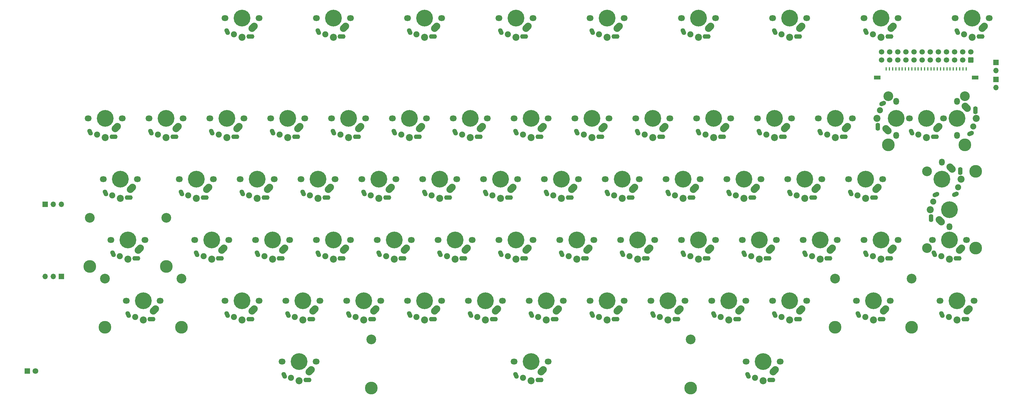
<source format=gbr>
G04 #@! TF.GenerationSoftware,KiCad,Pcbnew,(6.0.10)*
G04 #@! TF.CreationDate,2023-02-11T17:02:29-08:00*
G04 #@! TF.ProjectId,DecentXE,44656365-6e74-4584-952e-6b696361645f,11*
G04 #@! TF.SameCoordinates,Original*
G04 #@! TF.FileFunction,Soldermask,Bot*
G04 #@! TF.FilePolarity,Negative*
%FSLAX46Y46*%
G04 Gerber Fmt 4.6, Leading zero omitted, Abs format (unit mm)*
G04 Created by KiCad (PCBNEW (6.0.10)) date 2023-02-11 17:02:29*
%MOMM*%
%LPD*%
G01*
G04 APERTURE LIST*
G04 Aperture macros list*
%AMRoundRect*
0 Rectangle with rounded corners*
0 $1 Rounding radius*
0 $2 $3 $4 $5 $6 $7 $8 $9 X,Y pos of 4 corners*
0 Add a 4 corners polygon primitive as box body*
4,1,4,$2,$3,$4,$5,$6,$7,$8,$9,$2,$3,0*
0 Add four circle primitives for the rounded corners*
1,1,$1+$1,$2,$3*
1,1,$1+$1,$4,$5*
1,1,$1+$1,$6,$7*
1,1,$1+$1,$8,$9*
0 Add four rect primitives between the rounded corners*
20,1,$1+$1,$2,$3,$4,$5,0*
20,1,$1+$1,$4,$5,$6,$7,0*
20,1,$1+$1,$6,$7,$8,$9,0*
20,1,$1+$1,$8,$9,$2,$3,0*%
%AMHorizOval*
0 Thick line with rounded ends*
0 $1 width*
0 $2 $3 position (X,Y) of the first rounded end (center of the circle)*
0 $4 $5 position (X,Y) of the second rounded end (center of the circle)*
0 Add line between two ends*
20,1,$1,$2,$3,$4,$5,0*
0 Add two circle primitives to create the rounded ends*
1,1,$1,$2,$3*
1,1,$1,$4,$5*%
G04 Aperture macros list end*
%ADD10C,5.250000*%
%ADD11O,2.200000X1.800000*%
%ADD12HorizOval,2.200000X-0.353553X-0.353553X0.353553X0.353553X0*%
%ADD13HorizOval,1.400000X-0.169047X0.362523X0.169047X-0.362523X0*%
%ADD14C,2.200000*%
%ADD15C,1.900000*%
%ADD16O,2.500000X1.400000*%
%ADD17O,1.800000X2.200000*%
%ADD18HorizOval,1.400000X-0.362523X-0.169047X0.362523X0.169047X0*%
%ADD19HorizOval,2.200000X0.353553X-0.353553X-0.353553X0.353553X0*%
%ADD20O,1.400000X2.500000*%
%ADD21HorizOval,1.400000X0.362523X0.169047X-0.362523X-0.169047X0*%
%ADD22HorizOval,2.200000X-0.353553X0.353553X0.353553X-0.353553X0*%
%ADD23C,3.048000*%
%ADD24C,3.987800*%
%ADD25R,1.800000X1.800000*%
%ADD26C,1.800000*%
%ADD27R,1.700000X1.700000*%
%ADD28O,1.700000X1.700000*%
%ADD29RoundRect,0.250000X0.600000X-0.600000X0.600000X0.600000X-0.600000X0.600000X-0.600000X-0.600000X0*%
%ADD30C,1.700000*%
%ADD31R,0.400000X1.000000*%
%ADD32R,2.000000X1.300000*%
G04 APERTURE END LIST*
D10*
X318078750Y-102160000D03*
D11*
X323408750Y-102160000D03*
X312748750Y-102160000D03*
D12*
X321578750Y-105030000D03*
D13*
X313378750Y-106410000D03*
D14*
X318078750Y-108160000D03*
D15*
X315538750Y-107240000D03*
D16*
X320678750Y-107910000D03*
D17*
X315697500Y-77780000D03*
D10*
X315697500Y-83110000D03*
D18*
X319947500Y-87810000D03*
D19*
X318567500Y-79610000D03*
D15*
X320777500Y-85650000D03*
D20*
X321447500Y-80510000D03*
D14*
X321697500Y-83110000D03*
D17*
X301410000Y-69390000D03*
D10*
X301410000Y-64060000D03*
D17*
X301410000Y-58730000D03*
D21*
X297160000Y-59360000D03*
D22*
X298540000Y-67560000D03*
D20*
X295660000Y-66660000D03*
D14*
X295410000Y-64060000D03*
D15*
X296330000Y-61520000D03*
D17*
X320460000Y-69390000D03*
X320460000Y-58730000D03*
D10*
X320460000Y-64060000D03*
D18*
X324710000Y-68760000D03*
D19*
X323330000Y-60560000D03*
D15*
X325540000Y-66600000D03*
D14*
X326460000Y-64060000D03*
D20*
X326210000Y-61460000D03*
D10*
X259738125Y-140260000D03*
D11*
X265068125Y-140260000D03*
X254408125Y-140260000D03*
D12*
X263238125Y-143130000D03*
D13*
X255038125Y-144510000D03*
D14*
X259738125Y-146260000D03*
D16*
X262338125Y-146010000D03*
D15*
X257198125Y-145340000D03*
D10*
X114481875Y-140260000D03*
D11*
X119811875Y-140260000D03*
X109151875Y-140260000D03*
D12*
X117981875Y-143130000D03*
D13*
X109781875Y-144510000D03*
D14*
X114481875Y-146260000D03*
D16*
X117081875Y-146010000D03*
D15*
X111941875Y-145340000D03*
D10*
X325222500Y-32610000D03*
D11*
X330552500Y-32610000D03*
X319892500Y-32610000D03*
D12*
X328722500Y-35480000D03*
D13*
X320522500Y-36860000D03*
D14*
X325222500Y-38610000D03*
D16*
X327822500Y-38360000D03*
D15*
X322682500Y-37690000D03*
D10*
X182347500Y-32610000D03*
D11*
X187677500Y-32610000D03*
X177017500Y-32610000D03*
D12*
X185847500Y-35480000D03*
D13*
X177647500Y-36860000D03*
D14*
X182347500Y-38610000D03*
D16*
X184947500Y-38360000D03*
D15*
X179807500Y-37690000D03*
D10*
X153772500Y-32610000D03*
D11*
X159102500Y-32610000D03*
X148442500Y-32610000D03*
D12*
X157272500Y-35480000D03*
D13*
X149072500Y-36860000D03*
D14*
X153772500Y-38610000D03*
D16*
X156372500Y-38360000D03*
D15*
X151232500Y-37690000D03*
D10*
X125197500Y-32610000D03*
D11*
X130527500Y-32610000D03*
X119867500Y-32610000D03*
D12*
X128697500Y-35480000D03*
D13*
X120497500Y-36860000D03*
D14*
X125197500Y-38610000D03*
D16*
X127797500Y-38360000D03*
D15*
X122657500Y-37690000D03*
D10*
X96622500Y-32610000D03*
D11*
X101952500Y-32610000D03*
X91292500Y-32610000D03*
D12*
X100122500Y-35480000D03*
D13*
X91922500Y-36860000D03*
D14*
X96622500Y-38610000D03*
D16*
X99222500Y-38360000D03*
D15*
X94082500Y-37690000D03*
D10*
X239497500Y-32610000D03*
D11*
X244827500Y-32610000D03*
X234167500Y-32610000D03*
D12*
X242997500Y-35480000D03*
D13*
X234797500Y-36860000D03*
D14*
X239497500Y-38610000D03*
D16*
X242097500Y-38360000D03*
D15*
X236957500Y-37690000D03*
D10*
X268072500Y-32610000D03*
D11*
X273402500Y-32610000D03*
X262742500Y-32610000D03*
D12*
X271572500Y-35480000D03*
D13*
X263372500Y-36860000D03*
D14*
X268072500Y-38610000D03*
D16*
X270672500Y-38360000D03*
D15*
X265532500Y-37690000D03*
D10*
X296660000Y-32610000D03*
D11*
X301990000Y-32610000D03*
X291330000Y-32610000D03*
D12*
X300160000Y-35480000D03*
D13*
X291960000Y-36860000D03*
D14*
X296660000Y-38610000D03*
D16*
X299260000Y-38360000D03*
D15*
X294120000Y-37690000D03*
D10*
X210922500Y-32610000D03*
D11*
X216252500Y-32610000D03*
X205592500Y-32610000D03*
D12*
X214422500Y-35480000D03*
D13*
X206222500Y-36860000D03*
D14*
X210922500Y-38610000D03*
D16*
X213522500Y-38360000D03*
D15*
X208382500Y-37690000D03*
D10*
X58522500Y-83110000D03*
D11*
X63852500Y-83110000D03*
X53192500Y-83110000D03*
D12*
X62022500Y-85980000D03*
D13*
X53822500Y-87360000D03*
D14*
X58522500Y-89110000D03*
D16*
X61122500Y-88860000D03*
D15*
X55982500Y-88190000D03*
D10*
X65666250Y-121210000D03*
D11*
X70996250Y-121210000D03*
D23*
X53666250Y-114225000D03*
D24*
X77666250Y-129465000D03*
D23*
X77666250Y-114225000D03*
D11*
X60336250Y-121210000D03*
D24*
X53666250Y-129465000D03*
D12*
X69166250Y-124080000D03*
D13*
X60966250Y-125460000D03*
D14*
X65666250Y-127210000D03*
D16*
X68266250Y-126960000D03*
D15*
X63126250Y-126290000D03*
D24*
X282266250Y-129465000D03*
D10*
X294266250Y-121210000D03*
D23*
X306266250Y-114225000D03*
D24*
X306266250Y-129465000D03*
D11*
X299596250Y-121210000D03*
X288936250Y-121210000D03*
D23*
X282266250Y-114225000D03*
D12*
X297766250Y-124080000D03*
D13*
X289566250Y-125460000D03*
D14*
X294266250Y-127210000D03*
D16*
X296866250Y-126960000D03*
D15*
X291726250Y-126290000D03*
D23*
X237110000Y-133275000D03*
D10*
X187110000Y-140260000D03*
D11*
X192440000Y-140260000D03*
D24*
X137110000Y-148515000D03*
D23*
X137110000Y-133275000D03*
D11*
X181780000Y-140260000D03*
D24*
X237110000Y-148515000D03*
D12*
X190610000Y-143130000D03*
D13*
X182410000Y-144510000D03*
D14*
X187110000Y-146260000D03*
D16*
X189710000Y-146010000D03*
D15*
X184570000Y-145340000D03*
D24*
X48903750Y-110415000D03*
D10*
X60903750Y-102160000D03*
D23*
X72903750Y-95175000D03*
D24*
X72903750Y-110415000D03*
D11*
X66233750Y-102160000D03*
X55573750Y-102160000D03*
D23*
X48903750Y-95175000D03*
D12*
X64403750Y-105030000D03*
D13*
X56203750Y-106410000D03*
D14*
X60903750Y-108160000D03*
D16*
X63503750Y-107910000D03*
D15*
X58363750Y-107240000D03*
D10*
X87097500Y-102160000D03*
D11*
X92427500Y-102160000D03*
X81767500Y-102160000D03*
D12*
X90597500Y-105030000D03*
D13*
X82397500Y-106410000D03*
D14*
X87097500Y-108160000D03*
D16*
X89697500Y-107910000D03*
D15*
X84557500Y-107240000D03*
D10*
X172822500Y-121210000D03*
D11*
X178152500Y-121210000D03*
X167492500Y-121210000D03*
D12*
X176322500Y-124080000D03*
D13*
X168122500Y-125460000D03*
D14*
X172822500Y-127210000D03*
D16*
X175422500Y-126960000D03*
D15*
X170282500Y-126290000D03*
D10*
X134722500Y-121210000D03*
D11*
X140052500Y-121210000D03*
X129392500Y-121210000D03*
D12*
X138222500Y-124080000D03*
D13*
X130022500Y-125460000D03*
D14*
X134722500Y-127210000D03*
D16*
X137322500Y-126960000D03*
D15*
X132182500Y-126290000D03*
D10*
X229972500Y-121210000D03*
D11*
X235302500Y-121210000D03*
X224642500Y-121210000D03*
D12*
X233472500Y-124080000D03*
D13*
X225272500Y-125460000D03*
D14*
X229972500Y-127210000D03*
D16*
X232572500Y-126960000D03*
D15*
X227432500Y-126290000D03*
D10*
X125197500Y-102160000D03*
D11*
X130527500Y-102160000D03*
X119867500Y-102160000D03*
D12*
X128697500Y-105030000D03*
D13*
X120497500Y-106410000D03*
D14*
X125197500Y-108160000D03*
D16*
X127797500Y-107910000D03*
D15*
X122657500Y-107240000D03*
D10*
X144247500Y-102160000D03*
D11*
X149577500Y-102160000D03*
X138917500Y-102160000D03*
D12*
X147747500Y-105030000D03*
D13*
X139547500Y-106410000D03*
D14*
X144247500Y-108160000D03*
D16*
X146847500Y-107910000D03*
D15*
X141707500Y-107240000D03*
D10*
X163297500Y-102160000D03*
D11*
X168627500Y-102160000D03*
X157967500Y-102160000D03*
D12*
X166797500Y-105030000D03*
D13*
X158597500Y-106410000D03*
D14*
X163297500Y-108160000D03*
D16*
X165897500Y-107910000D03*
D15*
X160757500Y-107240000D03*
D10*
X182347500Y-102160000D03*
D11*
X187677500Y-102160000D03*
X177017500Y-102160000D03*
D12*
X185847500Y-105030000D03*
D13*
X177647500Y-106410000D03*
D14*
X182347500Y-108160000D03*
D16*
X184947500Y-107910000D03*
D15*
X179807500Y-107240000D03*
D10*
X320460000Y-121210000D03*
D11*
X325790000Y-121210000D03*
X315130000Y-121210000D03*
D12*
X323960000Y-124080000D03*
D13*
X315760000Y-125460000D03*
D14*
X320460000Y-127210000D03*
D16*
X323060000Y-126960000D03*
D15*
X317920000Y-126290000D03*
D10*
X201397500Y-102160000D03*
D11*
X206727500Y-102160000D03*
X196067500Y-102160000D03*
D12*
X204897500Y-105030000D03*
D13*
X196697500Y-106410000D03*
D14*
X201397500Y-108160000D03*
D16*
X203997500Y-107910000D03*
D15*
X198857500Y-107240000D03*
D10*
X220447500Y-102160000D03*
D11*
X225777500Y-102160000D03*
X215117500Y-102160000D03*
D12*
X223947500Y-105030000D03*
D13*
X215747500Y-106410000D03*
D14*
X220447500Y-108160000D03*
D16*
X223047500Y-107910000D03*
D15*
X217907500Y-107240000D03*
D10*
X239497500Y-102160000D03*
D11*
X244827500Y-102160000D03*
X234167500Y-102160000D03*
D12*
X242997500Y-105030000D03*
D13*
X234797500Y-106410000D03*
D14*
X239497500Y-108160000D03*
D16*
X242097500Y-107910000D03*
D15*
X236957500Y-107240000D03*
D10*
X210922500Y-121210000D03*
D11*
X216252500Y-121210000D03*
X205592500Y-121210000D03*
D12*
X214422500Y-124080000D03*
D13*
X206222500Y-125460000D03*
D14*
X210922500Y-127210000D03*
D16*
X213522500Y-126960000D03*
D15*
X208382500Y-126290000D03*
D10*
X191872500Y-121210000D03*
D11*
X197202500Y-121210000D03*
X186542500Y-121210000D03*
D12*
X195372500Y-124080000D03*
D13*
X187172500Y-125460000D03*
D14*
X191872500Y-127210000D03*
D16*
X194472500Y-126960000D03*
D15*
X189332500Y-126290000D03*
D10*
X249022500Y-121210000D03*
D11*
X254352500Y-121210000D03*
X243692500Y-121210000D03*
D12*
X252522500Y-124080000D03*
D13*
X244322500Y-125460000D03*
D14*
X249022500Y-127210000D03*
D16*
X251622500Y-126960000D03*
D15*
X246482500Y-126290000D03*
D10*
X277597500Y-102160000D03*
D11*
X282927500Y-102160000D03*
X272267500Y-102160000D03*
D12*
X281097500Y-105030000D03*
D13*
X272897500Y-106410000D03*
D14*
X277597500Y-108160000D03*
D16*
X280197500Y-107910000D03*
D15*
X275057500Y-107240000D03*
D10*
X106147500Y-102160000D03*
D11*
X111477500Y-102160000D03*
X100817500Y-102160000D03*
D12*
X109647500Y-105030000D03*
D13*
X101447500Y-106410000D03*
D14*
X106147500Y-108160000D03*
D16*
X108747500Y-107910000D03*
D15*
X103607500Y-107240000D03*
D10*
X258547500Y-102160000D03*
D11*
X263877500Y-102160000D03*
X253217500Y-102160000D03*
D12*
X262047500Y-105030000D03*
D13*
X253847500Y-106410000D03*
D14*
X258547500Y-108160000D03*
D16*
X261147500Y-107910000D03*
D15*
X256007500Y-107240000D03*
D10*
X268072500Y-121210000D03*
D11*
X273402500Y-121210000D03*
X262742500Y-121210000D03*
D12*
X271572500Y-124080000D03*
D13*
X263372500Y-125460000D03*
D14*
X268072500Y-127210000D03*
D16*
X270672500Y-126960000D03*
D15*
X265532500Y-126290000D03*
D10*
X153772500Y-121210000D03*
D11*
X159102500Y-121210000D03*
X148442500Y-121210000D03*
D12*
X157272500Y-124080000D03*
D13*
X149072500Y-125460000D03*
D14*
X153772500Y-127210000D03*
D16*
X156372500Y-126960000D03*
D15*
X151232500Y-126290000D03*
D10*
X115672500Y-121210000D03*
D11*
X121002500Y-121210000D03*
X110342500Y-121210000D03*
D12*
X119172500Y-124080000D03*
D13*
X110972500Y-125460000D03*
D14*
X115672500Y-127210000D03*
D16*
X118272500Y-126960000D03*
D15*
X113132500Y-126290000D03*
D10*
X96622500Y-121210000D03*
D11*
X101952500Y-121210000D03*
X91292500Y-121210000D03*
D12*
X100122500Y-124080000D03*
D13*
X91922500Y-125460000D03*
D14*
X96622500Y-127210000D03*
D16*
X99222500Y-126960000D03*
D15*
X94082500Y-126290000D03*
D10*
X101385000Y-83110000D03*
D11*
X106715000Y-83110000D03*
X96055000Y-83110000D03*
D12*
X104885000Y-85980000D03*
D13*
X96685000Y-87360000D03*
D14*
X101385000Y-89110000D03*
D16*
X103985000Y-88860000D03*
D15*
X98845000Y-88190000D03*
D10*
X177585000Y-83110000D03*
D11*
X182915000Y-83110000D03*
X172255000Y-83110000D03*
D12*
X181085000Y-85980000D03*
D13*
X172885000Y-87360000D03*
D14*
X177585000Y-89110000D03*
D16*
X180185000Y-88860000D03*
D15*
X175045000Y-88190000D03*
D10*
X158535000Y-83110000D03*
D11*
X163865000Y-83110000D03*
X153205000Y-83110000D03*
D12*
X162035000Y-85980000D03*
D13*
X153835000Y-87360000D03*
D14*
X158535000Y-89110000D03*
D16*
X161135000Y-88860000D03*
D15*
X155995000Y-88190000D03*
D10*
X196635000Y-83110000D03*
D11*
X201965000Y-83110000D03*
X191305000Y-83110000D03*
D12*
X200135000Y-85980000D03*
D13*
X191935000Y-87360000D03*
D14*
X196635000Y-89110000D03*
D16*
X199235000Y-88860000D03*
D15*
X194095000Y-88190000D03*
D10*
X253785000Y-83110000D03*
D11*
X259115000Y-83110000D03*
X248455000Y-83110000D03*
D12*
X257285000Y-85980000D03*
D13*
X249085000Y-87360000D03*
D14*
X253785000Y-89110000D03*
D16*
X256385000Y-88860000D03*
D15*
X251245000Y-88190000D03*
D10*
X82335000Y-83110000D03*
D11*
X87665000Y-83110000D03*
X77005000Y-83110000D03*
D12*
X85835000Y-85980000D03*
D13*
X77635000Y-87360000D03*
D14*
X82335000Y-89110000D03*
D16*
X84935000Y-88860000D03*
D15*
X79795000Y-88190000D03*
D10*
X215685000Y-83110000D03*
D11*
X221015000Y-83110000D03*
X210355000Y-83110000D03*
D12*
X219185000Y-85980000D03*
D13*
X210985000Y-87360000D03*
D14*
X215685000Y-89110000D03*
D16*
X218285000Y-88860000D03*
D15*
X213145000Y-88190000D03*
D10*
X291885000Y-83110000D03*
D11*
X297215000Y-83110000D03*
X286555000Y-83110000D03*
D12*
X295385000Y-85980000D03*
D13*
X287185000Y-87360000D03*
D14*
X291885000Y-89110000D03*
D16*
X294485000Y-88860000D03*
D15*
X289345000Y-88190000D03*
D10*
X272835000Y-83110000D03*
D11*
X278165000Y-83110000D03*
X267505000Y-83110000D03*
D12*
X276335000Y-85980000D03*
D13*
X268135000Y-87360000D03*
D14*
X272835000Y-89110000D03*
D16*
X275435000Y-88860000D03*
D15*
X270295000Y-88190000D03*
D10*
X139485000Y-83110000D03*
D11*
X144815000Y-83110000D03*
X134155000Y-83110000D03*
D12*
X142985000Y-85980000D03*
D13*
X134785000Y-87360000D03*
D14*
X139485000Y-89110000D03*
D16*
X142085000Y-88860000D03*
D15*
X136945000Y-88190000D03*
D10*
X120435000Y-83110000D03*
D11*
X125765000Y-83110000D03*
X115105000Y-83110000D03*
D12*
X123935000Y-85980000D03*
D13*
X115735000Y-87360000D03*
D14*
X120435000Y-89110000D03*
D16*
X123035000Y-88860000D03*
D15*
X117895000Y-88190000D03*
D10*
X234735000Y-83110000D03*
D11*
X240065000Y-83110000D03*
X229405000Y-83110000D03*
D12*
X238235000Y-85980000D03*
D13*
X230035000Y-87360000D03*
D14*
X234735000Y-89110000D03*
D16*
X237335000Y-88860000D03*
D15*
X232195000Y-88190000D03*
D10*
X53760000Y-64060000D03*
D11*
X59090000Y-64060000D03*
X48430000Y-64060000D03*
D12*
X57260000Y-66930000D03*
D13*
X49060000Y-68310000D03*
D14*
X53760000Y-70060000D03*
D16*
X56360000Y-69810000D03*
D15*
X51220000Y-69140000D03*
D10*
X206160000Y-64060000D03*
D11*
X211490000Y-64060000D03*
X200830000Y-64060000D03*
D12*
X209660000Y-66930000D03*
D13*
X201460000Y-68310000D03*
D14*
X206160000Y-70060000D03*
D16*
X208760000Y-69810000D03*
D15*
X203620000Y-69140000D03*
D10*
X168060000Y-64060000D03*
D11*
X173390000Y-64060000D03*
X162730000Y-64060000D03*
D12*
X171560000Y-66930000D03*
D13*
X163360000Y-68310000D03*
D14*
X168060000Y-70060000D03*
D16*
X170660000Y-69810000D03*
D15*
X165520000Y-69140000D03*
D10*
X225210000Y-64060000D03*
D11*
X230540000Y-64060000D03*
X219880000Y-64060000D03*
D12*
X228710000Y-66930000D03*
D13*
X220510000Y-68310000D03*
D14*
X225210000Y-70060000D03*
D16*
X227810000Y-69810000D03*
D15*
X222670000Y-69140000D03*
D10*
X244260000Y-64060000D03*
D11*
X249590000Y-64060000D03*
X238930000Y-64060000D03*
D12*
X247760000Y-66930000D03*
D13*
X239560000Y-68310000D03*
D14*
X244260000Y-70060000D03*
D16*
X246860000Y-69810000D03*
D15*
X241720000Y-69140000D03*
D10*
X149010000Y-64060000D03*
D11*
X154340000Y-64060000D03*
X143680000Y-64060000D03*
D12*
X152510000Y-66930000D03*
D13*
X144310000Y-68310000D03*
D14*
X149010000Y-70060000D03*
D16*
X151610000Y-69810000D03*
D15*
X146470000Y-69140000D03*
D10*
X110910000Y-64060000D03*
D11*
X116240000Y-64060000D03*
X105580000Y-64060000D03*
D12*
X114410000Y-66930000D03*
D13*
X106210000Y-68310000D03*
D14*
X110910000Y-70060000D03*
D16*
X113510000Y-69810000D03*
D15*
X108370000Y-69140000D03*
D10*
X282360000Y-64060000D03*
D11*
X287690000Y-64060000D03*
X277030000Y-64060000D03*
D12*
X285860000Y-66930000D03*
D13*
X277660000Y-68310000D03*
D14*
X282360000Y-70060000D03*
D16*
X284960000Y-69810000D03*
D15*
X279820000Y-69140000D03*
D10*
X129960000Y-64060000D03*
D11*
X135290000Y-64060000D03*
X124630000Y-64060000D03*
D12*
X133460000Y-66930000D03*
D13*
X125260000Y-68310000D03*
D14*
X129960000Y-70060000D03*
D16*
X132560000Y-69810000D03*
D15*
X127420000Y-69140000D03*
D10*
X72810000Y-64060000D03*
D11*
X78140000Y-64060000D03*
X67480000Y-64060000D03*
D12*
X76310000Y-66930000D03*
D13*
X68110000Y-68310000D03*
D14*
X72810000Y-70060000D03*
D16*
X75410000Y-69810000D03*
D15*
X70270000Y-69140000D03*
D10*
X263310000Y-64060000D03*
D11*
X268640000Y-64060000D03*
X257980000Y-64060000D03*
D12*
X266810000Y-66930000D03*
D13*
X258610000Y-68310000D03*
D14*
X263310000Y-70060000D03*
D16*
X265910000Y-69810000D03*
D15*
X260770000Y-69140000D03*
D10*
X91860000Y-64060000D03*
D11*
X97190000Y-64060000D03*
X86530000Y-64060000D03*
D12*
X95360000Y-66930000D03*
D13*
X87160000Y-68310000D03*
D14*
X91860000Y-70060000D03*
D16*
X94460000Y-69810000D03*
D15*
X89320000Y-69140000D03*
D10*
X187110000Y-64060000D03*
D11*
X192440000Y-64060000D03*
X181780000Y-64060000D03*
D12*
X190610000Y-66930000D03*
D13*
X182410000Y-68310000D03*
D14*
X187110000Y-70060000D03*
D16*
X189710000Y-69810000D03*
D15*
X184570000Y-69140000D03*
D10*
X296647500Y-102160000D03*
D11*
X301977500Y-102160000D03*
X291317500Y-102160000D03*
D12*
X300147500Y-105030000D03*
D13*
X291947500Y-106410000D03*
D14*
X296647500Y-108160000D03*
D16*
X299247500Y-107910000D03*
D15*
X294107500Y-107240000D03*
D25*
X29360000Y-143200000D03*
D26*
X31900000Y-143200000D03*
D27*
X40029000Y-113590000D03*
D28*
X37489000Y-113590000D03*
X34949000Y-113590000D03*
D27*
X34964000Y-90984000D03*
D28*
X37504000Y-90984000D03*
X40044000Y-90984000D03*
D27*
X332683000Y-46477000D03*
D28*
X332683000Y-49017000D03*
D11*
X316265000Y-64060000D03*
D24*
X298935000Y-72315000D03*
D23*
X298935000Y-57075000D03*
D11*
X305605000Y-64060000D03*
D24*
X322935000Y-72315000D03*
D10*
X310935000Y-64060000D03*
D23*
X322935000Y-57075000D03*
D13*
X306235000Y-68310000D03*
D12*
X314435000Y-66930000D03*
D16*
X313535000Y-69810000D03*
D14*
X310935000Y-70060000D03*
D15*
X308395000Y-69140000D03*
D27*
X332683000Y-51811000D03*
D28*
X332683000Y-54351000D03*
D23*
X311093750Y-104635000D03*
D10*
X318078750Y-92635000D03*
D24*
X326333750Y-104635000D03*
D17*
X318078750Y-97965000D03*
D23*
X311093750Y-80635000D03*
D24*
X326333750Y-80635000D03*
D22*
X315208750Y-96135000D03*
D21*
X313828750Y-87935000D03*
D20*
X312328750Y-95235000D03*
D14*
X312078750Y-92635000D03*
D15*
X312998750Y-90095000D03*
D29*
X324778000Y-45772000D03*
D30*
X324778000Y-43232000D03*
X322238000Y-45772000D03*
X322238000Y-43232000D03*
X319698000Y-45772000D03*
X319698000Y-43232000D03*
X317158000Y-45772000D03*
X317158000Y-43232000D03*
X314618000Y-45772000D03*
X314618000Y-43232000D03*
X312078000Y-45772000D03*
X312078000Y-43232000D03*
X309538000Y-45772000D03*
X309538000Y-43232000D03*
X306998000Y-45772000D03*
X306998000Y-43232000D03*
X304458000Y-45772000D03*
X304458000Y-43232000D03*
X301918000Y-45772000D03*
X301918000Y-43232000D03*
X299378000Y-45772000D03*
X299378000Y-43232000D03*
X296838000Y-45772000D03*
X296838000Y-43232000D03*
D31*
X323308000Y-48552000D03*
X322308000Y-48552000D03*
X321308000Y-48552000D03*
X320308000Y-48552000D03*
X319308000Y-48552000D03*
X318308000Y-48552000D03*
X317308000Y-48552000D03*
X316308000Y-48552000D03*
X315308000Y-48552000D03*
X314308000Y-48552000D03*
X313308000Y-48552000D03*
X312308000Y-48552000D03*
X311308000Y-48552000D03*
X310308000Y-48552000D03*
X309308000Y-48552000D03*
X308308000Y-48552000D03*
X307308000Y-48552000D03*
X306308000Y-48552000D03*
X305308000Y-48552000D03*
X304308000Y-48552000D03*
X303308000Y-48552000D03*
X302308000Y-48552000D03*
X301308000Y-48552000D03*
X300308000Y-48552000D03*
X299308000Y-48552000D03*
X298308000Y-48552000D03*
D32*
X326108000Y-51252000D03*
X295508000Y-51252000D03*
M02*

</source>
